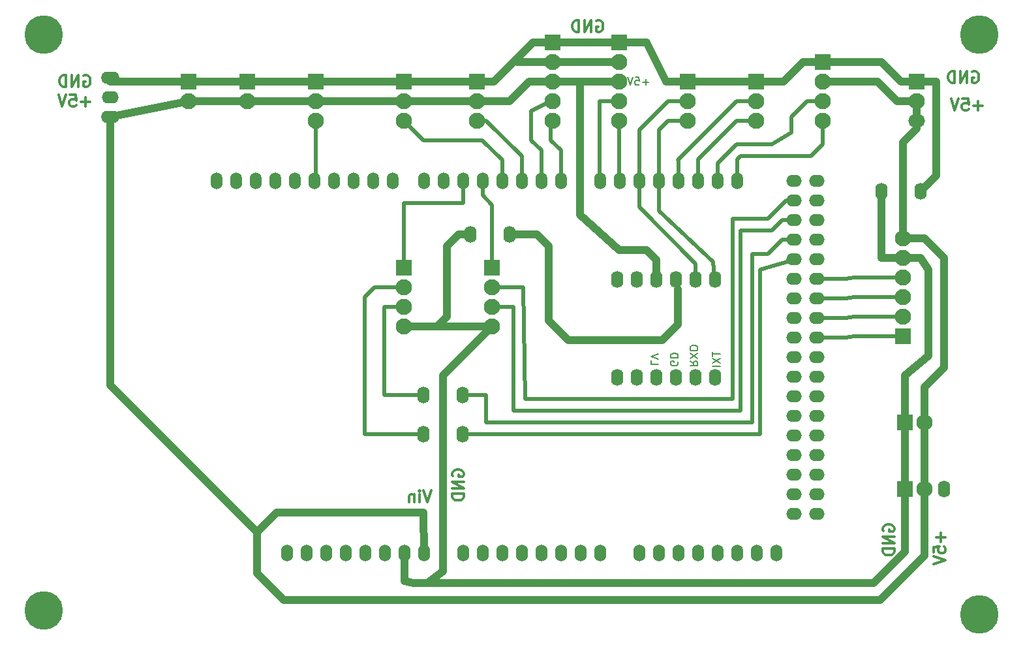
<source format=gbl>
G04 #@! TF.GenerationSoftware,KiCad,Pcbnew,(5.1.6)-1*
G04 #@! TF.CreationDate,2020-09-27T17:04:44+05:30*
G04 #@! TF.ProjectId,PCB board,50434220-626f-4617-9264-2e6b69636164,rev?*
G04 #@! TF.SameCoordinates,Original*
G04 #@! TF.FileFunction,Copper,L2,Bot*
G04 #@! TF.FilePolarity,Positive*
%FSLAX46Y46*%
G04 Gerber Fmt 4.6, Leading zero omitted, Abs format (unit mm)*
G04 Created by KiCad (PCBNEW (5.1.6)-1) date 2020-09-27 17:04:44*
%MOMM*%
%LPD*%
G01*
G04 APERTURE LIST*
G04 #@! TA.AperFunction,NonConductor*
%ADD10C,0.200000*%
G04 #@! TD*
G04 #@! TA.AperFunction,NonConductor*
%ADD11C,0.150000*%
G04 #@! TD*
G04 #@! TA.AperFunction,NonConductor*
%ADD12C,0.300000*%
G04 #@! TD*
G04 #@! TA.AperFunction,ComponentPad*
%ADD13O,1.600000X2.200000*%
G04 #@! TD*
G04 #@! TA.AperFunction,ComponentPad*
%ADD14O,2.200000X1.600000*%
G04 #@! TD*
G04 #@! TA.AperFunction,ComponentPad*
%ADD15O,1.524000X2.197100*%
G04 #@! TD*
G04 #@! TA.AperFunction,ComponentPad*
%ADD16O,1.998980X1.539240*%
G04 #@! TD*
G04 #@! TA.AperFunction,ComponentPad*
%ADD17O,1.998980X1.536700*%
G04 #@! TD*
G04 #@! TA.AperFunction,ComponentPad*
%ADD18O,1.524000X2.199640*%
G04 #@! TD*
G04 #@! TA.AperFunction,ComponentPad*
%ADD19C,5.000000*%
G04 #@! TD*
G04 #@! TA.AperFunction,ComponentPad*
%ADD20R,2.100000X2.100000*%
G04 #@! TD*
G04 #@! TA.AperFunction,ComponentPad*
%ADD21C,2.100000*%
G04 #@! TD*
G04 #@! TA.AperFunction,ComponentPad*
%ADD22O,2.400000X1.600000*%
G04 #@! TD*
G04 #@! TA.AperFunction,Conductor*
%ADD23C,1.000000*%
G04 #@! TD*
G04 #@! TA.AperFunction,Conductor*
%ADD24C,0.500000*%
G04 #@! TD*
G04 APERTURE END LIST*
D10*
X179792380Y-93488000D02*
X179792380Y-94059428D01*
X180792380Y-93773714D02*
X179792380Y-93773714D01*
X179792380Y-94297523D02*
X180792380Y-94964190D01*
X179792380Y-94964190D02*
X180792380Y-94297523D01*
X180792380Y-95345142D02*
X179792380Y-95345142D01*
X176839619Y-94670476D02*
X177315809Y-95003809D01*
X176839619Y-95241904D02*
X177839619Y-95241904D01*
X177839619Y-94860952D01*
X177792000Y-94765714D01*
X177744380Y-94718095D01*
X177649142Y-94670476D01*
X177506285Y-94670476D01*
X177411047Y-94718095D01*
X177363428Y-94765714D01*
X177315809Y-94860952D01*
X177315809Y-95241904D01*
X177839619Y-94337142D02*
X176839619Y-93670476D01*
X177839619Y-93670476D02*
X176839619Y-94337142D01*
X177839619Y-93099047D02*
X177839619Y-92908571D01*
X177792000Y-92813333D01*
X177696761Y-92718095D01*
X177506285Y-92670476D01*
X177172952Y-92670476D01*
X176982476Y-92718095D01*
X176887238Y-92813333D01*
X176839619Y-92908571D01*
X176839619Y-93099047D01*
X176887238Y-93194285D01*
X176982476Y-93289523D01*
X177172952Y-93337142D01*
X177506285Y-93337142D01*
X177696761Y-93289523D01*
X177792000Y-93194285D01*
X177839619Y-93099047D01*
X175252000Y-94726095D02*
X175299619Y-94821333D01*
X175299619Y-94964190D01*
X175252000Y-95107047D01*
X175156761Y-95202285D01*
X175061523Y-95249904D01*
X174871047Y-95297523D01*
X174728190Y-95297523D01*
X174537714Y-95249904D01*
X174442476Y-95202285D01*
X174347238Y-95107047D01*
X174299619Y-94964190D01*
X174299619Y-94868952D01*
X174347238Y-94726095D01*
X174394857Y-94678476D01*
X174728190Y-94678476D01*
X174728190Y-94868952D01*
X174299619Y-94249904D02*
X175299619Y-94249904D01*
X175299619Y-94011809D01*
X175252000Y-93868952D01*
X175156761Y-93773714D01*
X175061523Y-93726095D01*
X174871047Y-93678476D01*
X174728190Y-93678476D01*
X174537714Y-93726095D01*
X174442476Y-93773714D01*
X174347238Y-93868952D01*
X174299619Y-94011809D01*
X174299619Y-94249904D01*
X171759619Y-94607047D02*
X171759619Y-95083238D01*
X172759619Y-95083238D01*
X172759619Y-94416571D02*
X171759619Y-94083238D01*
X172759619Y-93749904D01*
D11*
X171465714Y-58491428D02*
X170703809Y-58491428D01*
X171084761Y-58872380D02*
X171084761Y-58110476D01*
X169751428Y-57872380D02*
X170227619Y-57872380D01*
X170275238Y-58348571D01*
X170227619Y-58300952D01*
X170132380Y-58253333D01*
X169894285Y-58253333D01*
X169799047Y-58300952D01*
X169751428Y-58348571D01*
X169703809Y-58443809D01*
X169703809Y-58681904D01*
X169751428Y-58777142D01*
X169799047Y-58824761D01*
X169894285Y-58872380D01*
X170132380Y-58872380D01*
X170227619Y-58824761D01*
X170275238Y-58777142D01*
X169418095Y-57872380D02*
X169084761Y-58872380D01*
X168751428Y-57872380D01*
D12*
X164718857Y-50558000D02*
X164861714Y-50486571D01*
X165076000Y-50486571D01*
X165290285Y-50558000D01*
X165433142Y-50700857D01*
X165504571Y-50843714D01*
X165576000Y-51129428D01*
X165576000Y-51343714D01*
X165504571Y-51629428D01*
X165433142Y-51772285D01*
X165290285Y-51915142D01*
X165076000Y-51986571D01*
X164933142Y-51986571D01*
X164718857Y-51915142D01*
X164647428Y-51843714D01*
X164647428Y-51343714D01*
X164933142Y-51343714D01*
X164004571Y-51986571D02*
X164004571Y-50486571D01*
X163147428Y-51986571D01*
X163147428Y-50486571D01*
X162433142Y-51986571D02*
X162433142Y-50486571D01*
X162076000Y-50486571D01*
X161861714Y-50558000D01*
X161718857Y-50700857D01*
X161647428Y-50843714D01*
X161576000Y-51129428D01*
X161576000Y-51343714D01*
X161647428Y-51629428D01*
X161718857Y-51772285D01*
X161861714Y-51915142D01*
X162076000Y-51986571D01*
X162433142Y-51986571D01*
X146062000Y-109601142D02*
X145990571Y-109458285D01*
X145990571Y-109244000D01*
X146062000Y-109029714D01*
X146204857Y-108886857D01*
X146347714Y-108815428D01*
X146633428Y-108744000D01*
X146847714Y-108744000D01*
X147133428Y-108815428D01*
X147276285Y-108886857D01*
X147419142Y-109029714D01*
X147490571Y-109244000D01*
X147490571Y-109386857D01*
X147419142Y-109601142D01*
X147347714Y-109672571D01*
X146847714Y-109672571D01*
X146847714Y-109386857D01*
X147490571Y-110315428D02*
X145990571Y-110315428D01*
X147490571Y-111172571D01*
X145990571Y-111172571D01*
X147490571Y-111886857D02*
X145990571Y-111886857D01*
X145990571Y-112244000D01*
X146062000Y-112458285D01*
X146204857Y-112601142D01*
X146347714Y-112672571D01*
X146633428Y-112744000D01*
X146847714Y-112744000D01*
X147133428Y-112672571D01*
X147276285Y-112601142D01*
X147419142Y-112458285D01*
X147490571Y-112244000D01*
X147490571Y-111886857D01*
X143267714Y-111446571D02*
X142767714Y-112946571D01*
X142267714Y-111446571D01*
X141767714Y-112946571D02*
X141767714Y-111946571D01*
X141767714Y-111446571D02*
X141839142Y-111518000D01*
X141767714Y-111589428D01*
X141696285Y-111518000D01*
X141767714Y-111446571D01*
X141767714Y-111589428D01*
X141053428Y-111946571D02*
X141053428Y-112946571D01*
X141053428Y-112089428D02*
X140982000Y-112018000D01*
X140839142Y-111946571D01*
X140624857Y-111946571D01*
X140482000Y-112018000D01*
X140410571Y-112160857D01*
X140410571Y-112946571D01*
X209403142Y-116943428D02*
X209403142Y-118086285D01*
X209974571Y-117514857D02*
X208831714Y-117514857D01*
X208474571Y-119514857D02*
X208474571Y-118800571D01*
X209188857Y-118729142D01*
X209117428Y-118800571D01*
X209046000Y-118943428D01*
X209046000Y-119300571D01*
X209117428Y-119443428D01*
X209188857Y-119514857D01*
X209331714Y-119586285D01*
X209688857Y-119586285D01*
X209831714Y-119514857D01*
X209903142Y-119443428D01*
X209974571Y-119300571D01*
X209974571Y-118943428D01*
X209903142Y-118800571D01*
X209831714Y-118729142D01*
X208474571Y-120014857D02*
X209974571Y-120514857D01*
X208474571Y-121014857D01*
X201942000Y-116713142D02*
X201870571Y-116570285D01*
X201870571Y-116356000D01*
X201942000Y-116141714D01*
X202084857Y-115998857D01*
X202227714Y-115927428D01*
X202513428Y-115856000D01*
X202727714Y-115856000D01*
X203013428Y-115927428D01*
X203156285Y-115998857D01*
X203299142Y-116141714D01*
X203370571Y-116356000D01*
X203370571Y-116498857D01*
X203299142Y-116713142D01*
X203227714Y-116784571D01*
X202727714Y-116784571D01*
X202727714Y-116498857D01*
X203370571Y-117427428D02*
X201870571Y-117427428D01*
X203370571Y-118284571D01*
X201870571Y-118284571D01*
X203370571Y-118998857D02*
X201870571Y-118998857D01*
X201870571Y-119356000D01*
X201942000Y-119570285D01*
X202084857Y-119713142D01*
X202227714Y-119784571D01*
X202513428Y-119856000D01*
X202727714Y-119856000D01*
X203013428Y-119784571D01*
X203156285Y-119713142D01*
X203299142Y-119570285D01*
X203370571Y-119356000D01*
X203370571Y-118998857D01*
X214780571Y-61575142D02*
X213637714Y-61575142D01*
X214209142Y-62146571D02*
X214209142Y-61003714D01*
X212209142Y-60646571D02*
X212923428Y-60646571D01*
X212994857Y-61360857D01*
X212923428Y-61289428D01*
X212780571Y-61218000D01*
X212423428Y-61218000D01*
X212280571Y-61289428D01*
X212209142Y-61360857D01*
X212137714Y-61503714D01*
X212137714Y-61860857D01*
X212209142Y-62003714D01*
X212280571Y-62075142D01*
X212423428Y-62146571D01*
X212780571Y-62146571D01*
X212923428Y-62075142D01*
X212994857Y-62003714D01*
X211709142Y-60646571D02*
X211209142Y-62146571D01*
X210709142Y-60646571D01*
X213486857Y-57162000D02*
X213629714Y-57090571D01*
X213844000Y-57090571D01*
X214058285Y-57162000D01*
X214201142Y-57304857D01*
X214272571Y-57447714D01*
X214344000Y-57733428D01*
X214344000Y-57947714D01*
X214272571Y-58233428D01*
X214201142Y-58376285D01*
X214058285Y-58519142D01*
X213844000Y-58590571D01*
X213701142Y-58590571D01*
X213486857Y-58519142D01*
X213415428Y-58447714D01*
X213415428Y-57947714D01*
X213701142Y-57947714D01*
X212772571Y-58590571D02*
X212772571Y-57090571D01*
X211915428Y-58590571D01*
X211915428Y-57090571D01*
X211201142Y-58590571D02*
X211201142Y-57090571D01*
X210844000Y-57090571D01*
X210629714Y-57162000D01*
X210486857Y-57304857D01*
X210415428Y-57447714D01*
X210344000Y-57733428D01*
X210344000Y-57947714D01*
X210415428Y-58233428D01*
X210486857Y-58376285D01*
X210629714Y-58519142D01*
X210844000Y-58590571D01*
X211201142Y-58590571D01*
X98956571Y-61067142D02*
X97813714Y-61067142D01*
X98385142Y-61638571D02*
X98385142Y-60495714D01*
X96385142Y-60138571D02*
X97099428Y-60138571D01*
X97170857Y-60852857D01*
X97099428Y-60781428D01*
X96956571Y-60710000D01*
X96599428Y-60710000D01*
X96456571Y-60781428D01*
X96385142Y-60852857D01*
X96313714Y-60995714D01*
X96313714Y-61352857D01*
X96385142Y-61495714D01*
X96456571Y-61567142D01*
X96599428Y-61638571D01*
X96956571Y-61638571D01*
X97099428Y-61567142D01*
X97170857Y-61495714D01*
X95885142Y-60138571D02*
X95385142Y-61638571D01*
X94885142Y-60138571D01*
X98170857Y-57670000D02*
X98313714Y-57598571D01*
X98528000Y-57598571D01*
X98742285Y-57670000D01*
X98885142Y-57812857D01*
X98956571Y-57955714D01*
X99028000Y-58241428D01*
X99028000Y-58455714D01*
X98956571Y-58741428D01*
X98885142Y-58884285D01*
X98742285Y-59027142D01*
X98528000Y-59098571D01*
X98385142Y-59098571D01*
X98170857Y-59027142D01*
X98099428Y-58955714D01*
X98099428Y-58455714D01*
X98385142Y-58455714D01*
X97456571Y-59098571D02*
X97456571Y-57598571D01*
X96599428Y-59098571D01*
X96599428Y-57598571D01*
X95885142Y-59098571D02*
X95885142Y-57598571D01*
X95528000Y-57598571D01*
X95313714Y-57670000D01*
X95170857Y-57812857D01*
X95099428Y-57955714D01*
X95028000Y-58241428D01*
X95028000Y-58455714D01*
X95099428Y-58741428D01*
X95170857Y-58884285D01*
X95313714Y-59027142D01*
X95528000Y-59098571D01*
X95885142Y-59098571D01*
D13*
X209804000Y-111252000D03*
D14*
X206248000Y-63500000D03*
X101600000Y-60452000D03*
D13*
X206756000Y-72644000D03*
X201676000Y-72644000D03*
X153416000Y-78232000D03*
X148336000Y-78232000D03*
X147320000Y-104140000D03*
X142240000Y-104140000D03*
X147320000Y-99060000D03*
X142240000Y-99060000D03*
D15*
X115376001Y-71310501D03*
X117916001Y-71310501D03*
X120456001Y-71310501D03*
X122996001Y-71310501D03*
X125536001Y-71310501D03*
X128076001Y-71310501D03*
X130616001Y-71310501D03*
X133156001Y-71310501D03*
X135696001Y-71310501D03*
X138236001Y-71310501D03*
X142300001Y-71310501D03*
X144840001Y-71310501D03*
X147380001Y-71310501D03*
X149920001Y-71310501D03*
X152460001Y-71310501D03*
X155000001Y-71310501D03*
X157540001Y-71310501D03*
X160080001Y-71310501D03*
X165160001Y-71310501D03*
X167700001Y-71310501D03*
X170240001Y-71310501D03*
X172780001Y-71310501D03*
X175320001Y-71310501D03*
X177860001Y-71310501D03*
X180400001Y-71310501D03*
X182940001Y-71310501D03*
D16*
X190311081Y-86550501D03*
X190311081Y-89090501D03*
X190311081Y-91630501D03*
X190311081Y-94170501D03*
X190311081Y-96710501D03*
X190311081Y-99250501D03*
X190311081Y-101790501D03*
X190311081Y-104330501D03*
D17*
X193346381Y-111950501D03*
X193346381Y-114490501D03*
D16*
X190311081Y-71310501D03*
X190311081Y-73850501D03*
X190311081Y-76390501D03*
X190311081Y-78930501D03*
X190311081Y-81470501D03*
X190311081Y-84010501D03*
D17*
X193346381Y-91630501D03*
X193346381Y-94170501D03*
X193346381Y-96710501D03*
X193346381Y-99250501D03*
X193346381Y-101790501D03*
X193346381Y-104330501D03*
X193346381Y-106870501D03*
X193346381Y-109410501D03*
D15*
X185480001Y-119570501D03*
X182940001Y-119570501D03*
X180400001Y-119570501D03*
X177860001Y-119570501D03*
D18*
X175320001Y-119570501D03*
X172780001Y-119570501D03*
X170240001Y-119570501D03*
X165160001Y-119570501D03*
X129600001Y-119570501D03*
X127060001Y-119570501D03*
X124520001Y-119570501D03*
X139760001Y-119570501D03*
X137220001Y-119570501D03*
X134680001Y-119570501D03*
X132140001Y-119570501D03*
X162620001Y-119570501D03*
X160080001Y-119570501D03*
X157540001Y-119570501D03*
X155000001Y-119570501D03*
X152460001Y-119570501D03*
X149920001Y-119570501D03*
X147380001Y-119570501D03*
X142300001Y-119570501D03*
D17*
X193346381Y-71310501D03*
X193346381Y-73850501D03*
X193346381Y-76390501D03*
X193346381Y-78930501D03*
X193346381Y-81470501D03*
X193346381Y-84010501D03*
X193346381Y-86550501D03*
X193346381Y-89090501D03*
D16*
X190311081Y-106870501D03*
X190311081Y-109410501D03*
X190311081Y-111950501D03*
X190311081Y-114490501D03*
D15*
X188020001Y-119570501D03*
D19*
X92964000Y-52324000D03*
X92964000Y-127000000D03*
X214376000Y-127508000D03*
X214376000Y-52324000D03*
D20*
X204724000Y-102616000D03*
D21*
X207264000Y-102616000D03*
X207264000Y-111252000D03*
D20*
X204724000Y-111252000D03*
X176530000Y-58420000D03*
D21*
X176530000Y-60960000D03*
X176530000Y-63500000D03*
X149225000Y-63500000D03*
X149225000Y-60960000D03*
D20*
X149225000Y-58420000D03*
D21*
X139700000Y-63500000D03*
X139700000Y-60960000D03*
D20*
X139700000Y-58420000D03*
D21*
X128270000Y-63500000D03*
X128270000Y-60960000D03*
D20*
X128270000Y-58420000D03*
X111760000Y-58420000D03*
D21*
X111760000Y-60960000D03*
D20*
X119380000Y-58420000D03*
D21*
X119380000Y-60960000D03*
X151130000Y-90170000D03*
X151130000Y-87630000D03*
X151130000Y-85090000D03*
D20*
X151130000Y-82550000D03*
X139700000Y-82550000D03*
D21*
X139700000Y-85090000D03*
X139700000Y-87630000D03*
X139700000Y-90170000D03*
D20*
X204470000Y-91440000D03*
D21*
X204470000Y-88900000D03*
X204470000Y-86360000D03*
X204470000Y-83820000D03*
X204470000Y-81280000D03*
X204470000Y-78740000D03*
D20*
X185420000Y-58420000D03*
D21*
X185420000Y-60960000D03*
X185420000Y-63500000D03*
D20*
X194056000Y-55880000D03*
D21*
X194056000Y-58420000D03*
X194056000Y-60960000D03*
X194056000Y-63500000D03*
D20*
X206248000Y-58420000D03*
D21*
X206248000Y-60960000D03*
D20*
X159004000Y-53340000D03*
D21*
X159004000Y-55880000D03*
X159004000Y-58420000D03*
X159004000Y-60960000D03*
X159004000Y-63500000D03*
D20*
X167640000Y-53340000D03*
D21*
X167640000Y-55880000D03*
X167640000Y-58420000D03*
X167640000Y-60960000D03*
X167640000Y-63500000D03*
D13*
X167386000Y-84074000D03*
X169926000Y-84074000D03*
X172466000Y-84074000D03*
X175006000Y-84074000D03*
X177546000Y-84074000D03*
X180086000Y-84074000D03*
X180086000Y-96774000D03*
X177546000Y-96774000D03*
X175006000Y-96774000D03*
X172466000Y-96774000D03*
X169926000Y-96774000D03*
X167386000Y-96774000D03*
D22*
X101600000Y-62992000D03*
X101600000Y-57912000D03*
D23*
X175260000Y-89916000D02*
X175260000Y-85344000D01*
X173228000Y-91948000D02*
X175260000Y-89916000D01*
X156972000Y-78232000D02*
X158496000Y-79756000D01*
X153416000Y-78232000D02*
X156972000Y-78232000D01*
X158496000Y-79756000D02*
X158496000Y-89408000D01*
X158496000Y-89408000D02*
X161036000Y-91948000D01*
X161036000Y-91948000D02*
X173228000Y-91948000D01*
X101600000Y-58420000D02*
X111760000Y-58420000D01*
X111760000Y-58420000D02*
X128270000Y-58420000D01*
X176530000Y-58420000D02*
X185420000Y-58420000D01*
X139700000Y-58420000D02*
X128270000Y-58420000D01*
X139700000Y-58420000D02*
X149225000Y-58420000D01*
X149225000Y-58420000D02*
X151384000Y-58420000D01*
X156464000Y-53340000D02*
X159004000Y-53340000D01*
X154432000Y-55880000D02*
X154178000Y-55626000D01*
X151384000Y-58420000D02*
X154178000Y-55626000D01*
X159004000Y-55880000D02*
X154432000Y-55880000D01*
X154178000Y-55626000D02*
X156464000Y-53340000D01*
X173736000Y-58420000D02*
X176530000Y-58420000D01*
X159004000Y-53340000D02*
X171196000Y-53340000D01*
X171196000Y-53340000D02*
X173736000Y-58420000D01*
X159004000Y-55880000D02*
X167640000Y-55880000D01*
X139760001Y-123250001D02*
X139760001Y-119570501D01*
X144780000Y-96520000D02*
X144780000Y-121920000D01*
X151130000Y-90170000D02*
X144780000Y-96520000D01*
X144780000Y-121920000D02*
X142748000Y-123444000D01*
X142748000Y-123444000D02*
X140970000Y-123444000D01*
X140970000Y-123444000D02*
X139760001Y-123250001D01*
X204724000Y-102616000D02*
X204724000Y-111252000D01*
X204724000Y-111252000D02*
X204724000Y-119380000D01*
X200660000Y-123444000D02*
X142748000Y-123444000D01*
X204724000Y-119380000D02*
X200660000Y-123444000D01*
X204724000Y-96520000D02*
X204724000Y-102616000D01*
X207772000Y-93980000D02*
X204724000Y-96520000D01*
X207772000Y-82804000D02*
X207772000Y-93980000D01*
X204470000Y-81280000D02*
X206756000Y-81280000D01*
X206756000Y-81280000D02*
X207772000Y-82804000D01*
X185420000Y-58420000D02*
X188976000Y-58420000D01*
X188976000Y-58420000D02*
X191516000Y-55880000D01*
X191516000Y-55880000D02*
X194056000Y-55880000D01*
X194056000Y-55880000D02*
X201676000Y-55880000D01*
X204216000Y-58420000D02*
X205555990Y-58420000D01*
X201676000Y-55880000D02*
X204216000Y-58420000D01*
X151130000Y-90170000D02*
X145034000Y-90170000D01*
X139700000Y-90170000D02*
X145034000Y-90170000D01*
X146812000Y-78232000D02*
X148336000Y-78232000D01*
X145288000Y-79756000D02*
X146812000Y-78232000D01*
X145288000Y-88900000D02*
X145288000Y-79756000D01*
X139700000Y-90170000D02*
X144018000Y-90170000D01*
X144018000Y-90170000D02*
X145288000Y-88900000D01*
X201676000Y-79248000D02*
X201676000Y-72644000D01*
X204470000Y-81280000D02*
X201676000Y-81280000D01*
X201676000Y-81280000D02*
X201676000Y-79248000D01*
X208788000Y-58420000D02*
X206756000Y-58420000D01*
X208788000Y-70104000D02*
X208788000Y-58420000D01*
X208788000Y-70104000D02*
X208788000Y-70612000D01*
X208788000Y-70612000D02*
X207264000Y-72136000D01*
X111760000Y-60960000D02*
X128270000Y-60960000D01*
X120650000Y-116840000D02*
X123190000Y-114300000D01*
X123190000Y-114300000D02*
X142240000Y-114300000D01*
X142240000Y-114300000D02*
X142300001Y-119570501D01*
X139700000Y-60960000D02*
X128270000Y-60960000D01*
X139700000Y-60960000D02*
X149225000Y-60960000D01*
X149225000Y-60960000D02*
X153416000Y-60960000D01*
X155956000Y-58420000D02*
X159004000Y-58420000D01*
X153416000Y-60960000D02*
X155956000Y-58420000D01*
X159004000Y-58420000D02*
X167640000Y-58420000D01*
X207264000Y-102616000D02*
X207264000Y-111252000D01*
X120650000Y-122174000D02*
X120650000Y-116840000D01*
X124136010Y-125660010D02*
X120650000Y-122174000D01*
X201491990Y-125660010D02*
X124136010Y-125660010D01*
X207264000Y-111252000D02*
X207264000Y-119888000D01*
X207264000Y-119888000D02*
X201491990Y-125660010D01*
X204470000Y-78740000D02*
X204470000Y-66294000D01*
X206248000Y-64516000D02*
X206248000Y-60960000D01*
X204470000Y-66294000D02*
X206248000Y-64516000D01*
X207264000Y-98044000D02*
X207264000Y-102616000D01*
X209804000Y-95504000D02*
X207264000Y-98044000D01*
X209804000Y-81280000D02*
X209804000Y-95504000D01*
X204470000Y-78740000D02*
X207264000Y-78740000D01*
X207264000Y-78740000D02*
X209804000Y-81280000D01*
X203708000Y-60960000D02*
X206248000Y-60960000D01*
X194056000Y-58420000D02*
X201168000Y-58420000D01*
X201168000Y-58420000D02*
X203708000Y-60960000D01*
X172466000Y-81534000D02*
X172466000Y-84582000D01*
X159004000Y-58420000D02*
X162560000Y-58420000D01*
X162560000Y-58420000D02*
X162560000Y-75692000D01*
X162560000Y-75692000D02*
X167640000Y-80264000D01*
X167640000Y-80264000D02*
X171196000Y-80264000D01*
X171196000Y-80264000D02*
X172466000Y-81534000D01*
X101600000Y-62992000D02*
X111760000Y-60960000D01*
X120650000Y-116840000D02*
X101600000Y-97790000D01*
X101600000Y-97790000D02*
X101600000Y-62992000D01*
D24*
X128270000Y-71116502D02*
X128076001Y-71310501D01*
X128270000Y-63500000D02*
X128270000Y-71116502D01*
X157249999Y-71020499D02*
X157540001Y-71310501D01*
X157540001Y-67370001D02*
X157540001Y-71310501D01*
X158750000Y-60960000D02*
X156210000Y-62230000D01*
X156210000Y-66040000D02*
X157540001Y-67370001D01*
X156210000Y-62230000D02*
X156210000Y-66040000D01*
X176530000Y-60960000D02*
X173990000Y-60960000D01*
X170240001Y-64709999D02*
X170240001Y-71310501D01*
X173990000Y-60960000D02*
X170240001Y-64709999D01*
X165100000Y-69807941D02*
X165160001Y-71310501D01*
X167640000Y-60960000D02*
X165100000Y-60960000D01*
X165100000Y-60960000D02*
X165100000Y-69807941D01*
X170240001Y-71310501D02*
X170240001Y-74736001D01*
X177546000Y-82042000D02*
X177546000Y-84582000D01*
X170240001Y-74736001D02*
X177546000Y-82042000D01*
X167640000Y-71250500D02*
X167700001Y-71310501D01*
X167640000Y-63500000D02*
X167640000Y-71250500D01*
X176530000Y-63500000D02*
X173990000Y-63500000D01*
X172780001Y-64709999D02*
X172780001Y-71310501D01*
X173990000Y-63500000D02*
X172780001Y-64709999D01*
X160080001Y-67310000D02*
X160080001Y-71310501D01*
X158750000Y-63500000D02*
X158750000Y-66040000D01*
X158750000Y-66040000D02*
X160080001Y-67310000D01*
X179832000Y-81788000D02*
X180086000Y-84582000D01*
X172780001Y-71310501D02*
X172780001Y-75244001D01*
X172780001Y-75244001D02*
X179832000Y-81788000D01*
X155194000Y-85090000D02*
X151130000Y-85090000D01*
X155448000Y-99568000D02*
X155194000Y-85090000D01*
X189293499Y-73850501D02*
X186944000Y-76200000D01*
X190560001Y-73850501D02*
X189293499Y-73850501D01*
X186944000Y-76200000D02*
X182372000Y-76200000D01*
X182372000Y-76200000D02*
X182372000Y-99568000D01*
X182372000Y-99568000D02*
X155448000Y-99568000D01*
X153924000Y-87630000D02*
X151130000Y-87630000D01*
X153924000Y-101092000D02*
X153924000Y-87630000D01*
X188785499Y-76390501D02*
X187452000Y-77724000D01*
X190560001Y-76390501D02*
X188785499Y-76390501D01*
X187452000Y-77724000D02*
X183388000Y-77724000D01*
X183388000Y-77724000D02*
X183388000Y-101092000D01*
X183388000Y-101092000D02*
X153924000Y-101092000D01*
X155000001Y-71310501D02*
X155000001Y-68132001D01*
X150368000Y-63500000D02*
X149225000Y-63500000D01*
X155000001Y-68132001D02*
X150368000Y-63500000D01*
X204470000Y-86360000D02*
X198120000Y-86360000D01*
X197040501Y-86550501D02*
X193100001Y-86550501D01*
X198120000Y-86360000D02*
X197040501Y-86550501D01*
X204470000Y-88900000D02*
X198120000Y-88900000D01*
X197040501Y-89090501D02*
X193100001Y-89090501D01*
X198120000Y-88900000D02*
X197040501Y-89090501D01*
X204470000Y-91440000D02*
X198120000Y-91440000D01*
X197040501Y-91630501D02*
X193100001Y-91630501D01*
X198120000Y-91440000D02*
X197040501Y-91630501D01*
X152460001Y-71310501D02*
X152460001Y-68640001D01*
X152460001Y-68640001D02*
X149860000Y-66040000D01*
X142240000Y-66040000D02*
X139700000Y-63500000D01*
X149860000Y-66040000D02*
X142240000Y-66040000D01*
X204470000Y-83820000D02*
X198120000Y-83820000D01*
X197040501Y-84010501D02*
X193100001Y-84010501D01*
X198120000Y-83820000D02*
X197040501Y-84010501D01*
X139700000Y-74168000D02*
X139700000Y-82550000D01*
X147380001Y-71310501D02*
X147380001Y-74168000D01*
X147380001Y-74168000D02*
X139700000Y-74168000D01*
X139700000Y-87630000D02*
X137160000Y-87630000D01*
X137160000Y-87630000D02*
X137160000Y-99060000D01*
X137160000Y-99060000D02*
X140970000Y-99060000D01*
X140970000Y-99060000D02*
X142240000Y-99060000D01*
X150368000Y-102616000D02*
X150368000Y-99060000D01*
X190560001Y-78930501D02*
X188785499Y-78930501D01*
X188785499Y-78930501D02*
X186944000Y-80772000D01*
X186944000Y-80772000D02*
X184912000Y-80772000D01*
X184912000Y-80772000D02*
X184912000Y-102616000D01*
X184912000Y-102616000D02*
X150368000Y-102616000D01*
X150368000Y-99060000D02*
X147320000Y-99060000D01*
X137160000Y-104140000D02*
X139700000Y-104140000D01*
X134620000Y-104140000D02*
X137160000Y-104140000D01*
X134620000Y-86360000D02*
X134620000Y-104140000D01*
X139700000Y-85090000D02*
X135890000Y-85090000D01*
X135890000Y-85090000D02*
X134620000Y-86360000D01*
X139700000Y-104140000D02*
X140970000Y-104140000D01*
X140970000Y-104140000D02*
X142240000Y-104140000D01*
X185928000Y-104140000D02*
X147828000Y-104140000D01*
X190560001Y-81470501D02*
X185928000Y-82804000D01*
X185928000Y-82804000D02*
X185928000Y-104140000D01*
X149920001Y-71310501D02*
X149920001Y-73212001D01*
X151130000Y-74422000D02*
X151130000Y-82550000D01*
X149920001Y-73212001D02*
X151130000Y-74422000D01*
X185420000Y-63500000D02*
X182880000Y-63500000D01*
X177860001Y-68519999D02*
X177860001Y-71310501D01*
X182880000Y-63500000D02*
X177860001Y-68519999D01*
X185420000Y-60960000D02*
X182880000Y-60960000D01*
X182880000Y-60960000D02*
X175260000Y-68580000D01*
X175320001Y-68640001D02*
X175320001Y-71310501D01*
X175260000Y-68580000D02*
X175320001Y-68640001D01*
X180400001Y-69027999D02*
X180400001Y-71310501D01*
X182880000Y-66548000D02*
X180400001Y-69027999D01*
X194056000Y-60960000D02*
X192024000Y-60960000D01*
X192024000Y-60960000D02*
X189992000Y-62992000D01*
X189992000Y-62992000D02*
X189992000Y-65024000D01*
X189992000Y-65024000D02*
X187452000Y-66548000D01*
X187452000Y-66548000D02*
X182880000Y-66548000D01*
X194056000Y-63500000D02*
X194056000Y-66548000D01*
X194056000Y-66548000D02*
X192532000Y-68072000D01*
X192532000Y-68072000D02*
X183388000Y-68072000D01*
X182940001Y-68519999D02*
X182940001Y-71310501D01*
X183388000Y-68072000D02*
X182940001Y-68519999D01*
M02*

</source>
